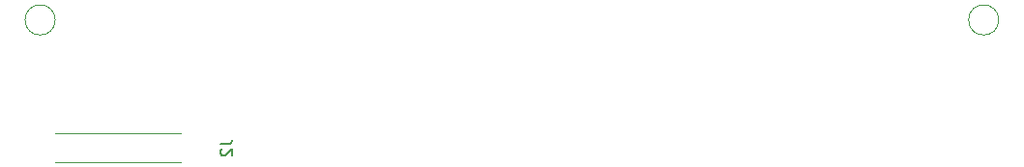
<source format=gbr>
%TF.GenerationSoftware,KiCad,Pcbnew,(6.0.5-0)*%
%TF.CreationDate,2022-06-25T01:23:26+01:00*%
%TF.ProjectId,revised_minh_design,72657669-7365-4645-9f6d-696e685f6465,rev?*%
%TF.SameCoordinates,Original*%
%TF.FileFunction,Legend,Bot*%
%TF.FilePolarity,Positive*%
%FSLAX46Y46*%
G04 Gerber Fmt 4.6, Leading zero omitted, Abs format (unit mm)*
G04 Created by KiCad (PCBNEW (6.0.5-0)) date 2022-06-25 01:23:26*
%MOMM*%
%LPD*%
G01*
G04 APERTURE LIST*
%ADD10C,0.150000*%
%ADD11C,0.120000*%
G04 APERTURE END LIST*
D10*
%TO.C,J2*%
X105975380Y-60245666D02*
X106689666Y-60245666D01*
X106832523Y-60198047D01*
X106927761Y-60102809D01*
X106975380Y-59959952D01*
X106975380Y-59864714D01*
X106070619Y-60674238D02*
X106023000Y-60721857D01*
X105975380Y-60817095D01*
X105975380Y-61055190D01*
X106023000Y-61150428D01*
X106070619Y-61198047D01*
X106165857Y-61245666D01*
X106261095Y-61245666D01*
X106403952Y-61198047D01*
X106975380Y-60626619D01*
X106975380Y-61245666D01*
D11*
X102518000Y-61839000D02*
X91513000Y-61839000D01*
X102518000Y-59319000D02*
X91513000Y-59319000D01*
%TO.C,U3*%
X91494800Y-49351400D02*
G75*
G03*
X91494800Y-49351400I-1321000J0D01*
G01*
X174108300Y-49351400D02*
G75*
G03*
X174108300Y-49351400I-1321000J0D01*
G01*
%TD*%
M02*

</source>
